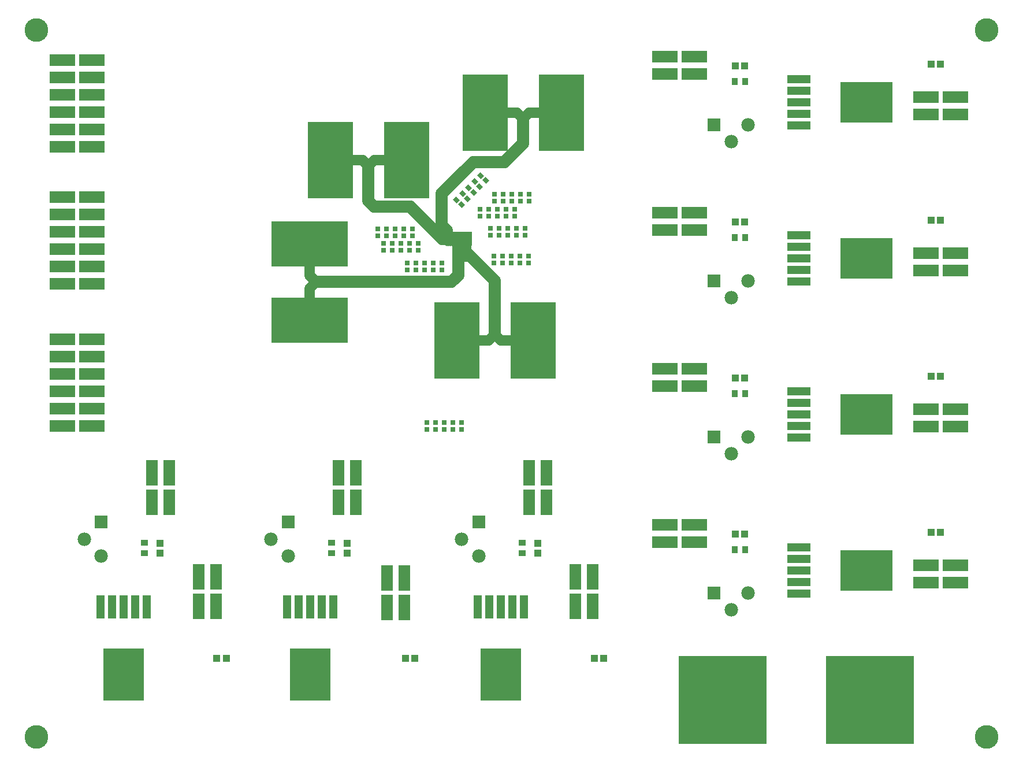
<source format=gts>
G04*
G04 #@! TF.GenerationSoftware,Altium Limited,Altium Designer,21.2.2 (38)*
G04*
G04 Layer_Color=8388736*
%FSLAX25Y25*%
%MOIN*%
G70*
G04*
G04 #@! TF.SameCoordinates,52539C7D-95C9-4EB3-8E82-0DEE1B6B5610*
G04*
G04*
G04 #@! TF.FilePolarity,Negative*
G04*
G01*
G75*
%ADD31C,0.06000*%
%ADD32R,0.15500X0.08300*%
%ADD33R,0.09410X0.11333*%
%ADD34R,0.26000X0.44000*%
%ADD35R,0.44000X0.26000*%
%ADD36R,0.06706X0.14800*%
%ADD37R,0.14800X0.06706*%
%ADD38R,0.10400X0.04900*%
%ADD39R,0.01400X0.00900*%
%ADD40R,0.00900X0.01400*%
%ADD41R,0.01400X0.01400*%
%ADD42R,0.03000X0.01400*%
%ADD43R,0.01400X0.00900*%
%ADD44R,0.01600X0.01400*%
%ADD45R,0.01200X0.01400*%
%ADD46R,0.02769X0.03162*%
G04:AMPARAMS|DCode=47|XSize=27.69mil|YSize=31.62mil|CornerRadius=0mil|HoleSize=0mil|Usage=FLASHONLY|Rotation=45.000|XOffset=0mil|YOffset=0mil|HoleType=Round|Shape=Rectangle|*
%AMROTATEDRECTD47*
4,1,4,0.00139,-0.02097,-0.02097,0.00139,-0.00139,0.02097,0.02097,-0.00139,0.00139,-0.02097,0.0*
%
%ADD47ROTATEDRECTD47*%

%ADD48C,0.03937*%
%ADD49C,0.02800*%
%ADD50R,0.50800X0.50800*%
%ADD51R,0.23438X0.29934*%
%ADD52R,0.04540X0.13398*%
%ADD53R,0.29934X0.23438*%
%ADD54R,0.13398X0.04540*%
%ADD55R,0.03950X0.04343*%
%ADD56R,0.03556X0.04343*%
%ADD57R,0.04343X0.03950*%
%ADD58R,0.04343X0.03556*%
%ADD59C,0.13635*%
%ADD60C,0.09800*%
%ADD61C,0.07800*%
%ADD62R,0.07800X0.07800*%
%ADD63R,0.07800X0.07800*%
D31*
X285359Y248000D02*
X303801D01*
X281301Y251058D02*
Y256394D01*
X282301Y255980D02*
Y282731D01*
X282301Y251058D02*
Y255980D01*
Y251058D02*
X285359Y248000D01*
X278244D02*
X281301Y251058D01*
X259801Y248000D02*
X278244D01*
X281301Y256394D02*
Y282317D01*
X297600Y361928D02*
Y376200D01*
X298600Y361514D02*
Y376200D01*
X294600Y379200D02*
X297600Y376200D01*
X301600Y379200D02*
X320100D01*
X276100D02*
X294600D01*
X298600Y376200D02*
X301600Y379200D01*
X208350Y328116D02*
Y349105D01*
X209350Y328530D02*
Y349105D01*
X205455Y352000D02*
X208350Y349105D01*
X209350D02*
X212245Y352000D01*
X230850D01*
X186850D02*
X205455D01*
X175000Y285300D02*
Y303700D01*
X178100Y281200D02*
X181459D01*
X181459Y281200D02*
X185818D01*
X178100Y282200D02*
X181873D01*
X181873Y282200D02*
X185818D01*
X175000Y285300D02*
X178100Y282200D01*
X175000Y278100D02*
X178100Y281200D01*
X175000Y259700D02*
Y278100D01*
X185818Y282200D02*
X256473Y282200D01*
X185818Y281200D02*
X256888Y281200D01*
X260101Y285828D02*
Y303104D01*
X261101Y285413D02*
Y303104D01*
X256473Y282200D02*
X260101Y285828D01*
X256888Y281200D02*
X261101Y285413D01*
X266294Y297324D02*
X278894Y284724D01*
X281301Y282317D01*
X265294Y298324D02*
X266294Y297324D01*
X266294D01*
X262901Y300717D02*
X265294Y298324D01*
X262901Y300717D02*
Y303104D01*
X265294Y298324D02*
Y298324D01*
X280308Y284724D02*
Y284724D01*
X263901Y301132D02*
X266001Y299031D01*
X263901Y301132D02*
Y303104D01*
X266001Y299031D02*
X280308Y284724D01*
Y284724D02*
X282301Y282731D01*
X266001Y299031D02*
X266001D01*
X212349Y325531D02*
X233115D01*
X209500Y328380D02*
X212349Y325531D01*
X251643Y307004D02*
X253901D01*
X233115Y325531D02*
X251643Y307004D01*
X208500Y327965D02*
X211934Y324531D01*
X232701D01*
X251229Y306004D02*
X253901D01*
X232701Y324531D02*
X251229Y306004D01*
X269567Y350300D02*
X287429D01*
X298549Y361420D02*
X298578Y361491D01*
X287429Y350300D02*
X298549Y361420D01*
X251668Y332401D02*
X269567Y350300D01*
X251668Y314710D02*
X254601Y311777D01*
X251668Y314710D02*
Y332401D01*
X254601Y310004D02*
Y311777D01*
X250668Y314296D02*
X253601Y311363D01*
X250668Y314296D02*
Y332816D01*
X253601Y310004D02*
Y311363D01*
X269152Y351300D02*
X287015D01*
X297549Y361834D02*
X297578Y361906D01*
X287015Y351300D02*
X297549Y361834D01*
X250668Y332816D02*
X269152Y351300D01*
D32*
X260851Y306554D02*
D03*
D33*
X263606Y298851D02*
D03*
D34*
X320100Y379200D02*
D03*
X276100D02*
D03*
X303801Y248000D02*
D03*
X259801D02*
D03*
X186850Y352000D02*
D03*
X230850D02*
D03*
D35*
X175000Y303700D02*
D03*
Y259700D02*
D03*
D36*
X201500Y154731D02*
D03*
X191500D02*
D03*
Y171731D02*
D03*
X201500D02*
D03*
X93800Y154731D02*
D03*
X83800D02*
D03*
Y171731D02*
D03*
X93800D02*
D03*
X328328Y94731D02*
D03*
X338328D02*
D03*
Y111731D02*
D03*
X328328D02*
D03*
X219548Y93900D02*
D03*
X229548D02*
D03*
Y110900D02*
D03*
X219548D02*
D03*
X110767Y94731D02*
D03*
X120767D02*
D03*
Y111731D02*
D03*
X110767D02*
D03*
X311528Y171731D02*
D03*
X301528D02*
D03*
Y154731D02*
D03*
X311528D02*
D03*
D37*
X49200Y280555D02*
D03*
X32200D02*
D03*
X49200Y290555D02*
D03*
X32200D02*
D03*
X49200Y300555D02*
D03*
X32200D02*
D03*
X49200Y310555D02*
D03*
X32200D02*
D03*
X49200Y320555D02*
D03*
X32200D02*
D03*
X49200Y330555D02*
D03*
X32200D02*
D03*
X49200Y198647D02*
D03*
X32200D02*
D03*
X49200Y208647D02*
D03*
X32200D02*
D03*
X49200Y218647D02*
D03*
X32200D02*
D03*
X49200Y228647D02*
D03*
X32200D02*
D03*
X49200Y238647D02*
D03*
X32200D02*
D03*
X49200Y248647D02*
D03*
X32200D02*
D03*
X49200Y359555D02*
D03*
X32200D02*
D03*
X49200Y369555D02*
D03*
X32200D02*
D03*
X49200Y379555D02*
D03*
X32200D02*
D03*
X49200Y389555D02*
D03*
X32200D02*
D03*
X49200Y399555D02*
D03*
X32200D02*
D03*
X49200Y409555D02*
D03*
X32200D02*
D03*
X547400Y108400D02*
D03*
Y118400D02*
D03*
X530400D02*
D03*
Y108400D02*
D03*
X547400Y288400D02*
D03*
Y298400D02*
D03*
X530400D02*
D03*
Y288400D02*
D03*
X547400Y378400D02*
D03*
Y388400D02*
D03*
X530400D02*
D03*
Y378400D02*
D03*
X379734Y141500D02*
D03*
Y131500D02*
D03*
X396734D02*
D03*
Y141500D02*
D03*
X379734Y231500D02*
D03*
Y221500D02*
D03*
X396734D02*
D03*
Y231500D02*
D03*
X379734Y321500D02*
D03*
Y311500D02*
D03*
X396734D02*
D03*
Y321500D02*
D03*
X379734Y411500D02*
D03*
Y401500D02*
D03*
X396734D02*
D03*
Y411500D02*
D03*
X547400Y198400D02*
D03*
Y208400D02*
D03*
X530400D02*
D03*
Y198400D02*
D03*
D38*
X260101Y306404D02*
D03*
D39*
X253901Y308304D02*
D03*
Y307004D02*
D03*
Y306004D02*
D03*
Y304604D02*
D03*
X267301Y305504D02*
D03*
Y306504D02*
D03*
Y307504D02*
D03*
Y308504D02*
D03*
Y309604D02*
D03*
D40*
X254101Y303104D02*
D03*
X255101D02*
D03*
X256101D02*
D03*
X257101D02*
D03*
X260101D02*
D03*
X261101D02*
D03*
X262901D02*
D03*
X263901D02*
D03*
X266051Y309804D02*
D03*
X263101Y309704D02*
D03*
X260701D02*
D03*
X259701D02*
D03*
X258701D02*
D03*
X257701D02*
D03*
X254901Y310004D02*
D03*
X253901D02*
D03*
D41*
X258351Y303104D02*
D03*
D42*
X266801D02*
D03*
D43*
X266201Y304504D02*
D03*
D44*
X264601Y309704D02*
D03*
D45*
X261901D02*
D03*
X256501D02*
D03*
D46*
X262705Y196650D02*
D03*
Y200650D02*
D03*
X231301Y288631D02*
D03*
Y292631D02*
D03*
X301101Y296631D02*
D03*
Y292631D02*
D03*
X299101Y308531D02*
D03*
Y312531D02*
D03*
X214333Y308385D02*
D03*
Y312386D02*
D03*
X252705Y196650D02*
D03*
Y200650D02*
D03*
X236301Y288631D02*
D03*
Y292631D02*
D03*
X296101Y296631D02*
D03*
Y292631D02*
D03*
X294101Y308531D02*
D03*
Y312531D02*
D03*
X219333Y308385D02*
D03*
Y312386D02*
D03*
X257705Y196650D02*
D03*
Y200650D02*
D03*
X241301Y288631D02*
D03*
Y292631D02*
D03*
X291101Y296631D02*
D03*
Y292631D02*
D03*
X289101Y308531D02*
D03*
Y312531D02*
D03*
X224333Y308385D02*
D03*
Y312386D02*
D03*
X247705Y196650D02*
D03*
Y200650D02*
D03*
X246301Y288631D02*
D03*
Y292631D02*
D03*
X286101Y296631D02*
D03*
Y292631D02*
D03*
X284101Y308531D02*
D03*
Y312531D02*
D03*
X229333Y308385D02*
D03*
Y312386D02*
D03*
X242705Y196650D02*
D03*
Y200650D02*
D03*
X251301Y288631D02*
D03*
Y292631D02*
D03*
X281101Y296631D02*
D03*
Y292631D02*
D03*
X279101Y308531D02*
D03*
Y312531D02*
D03*
X234333Y308385D02*
D03*
Y312386D02*
D03*
X237635Y300029D02*
D03*
Y304029D02*
D03*
X232635D02*
D03*
Y300029D02*
D03*
X227635D02*
D03*
Y304029D02*
D03*
X222635D02*
D03*
Y300029D02*
D03*
X217635D02*
D03*
Y304029D02*
D03*
X273117Y323767D02*
D03*
Y319767D02*
D03*
X278117D02*
D03*
Y323767D02*
D03*
X283117D02*
D03*
Y319767D02*
D03*
X288117D02*
D03*
Y323767D02*
D03*
X293117D02*
D03*
Y319767D02*
D03*
X281420Y328427D02*
D03*
Y332427D02*
D03*
X286420D02*
D03*
Y328427D02*
D03*
X291420D02*
D03*
Y332427D02*
D03*
X296420D02*
D03*
Y328427D02*
D03*
X301420D02*
D03*
Y332427D02*
D03*
D47*
X276529Y340231D02*
D03*
X273701Y343059D02*
D03*
X273029Y336731D02*
D03*
X270201Y339559D02*
D03*
X269529Y333231D02*
D03*
X266701Y336059D02*
D03*
X266029Y329731D02*
D03*
X263201Y332559D02*
D03*
X262529Y326231D02*
D03*
X259701Y329059D02*
D03*
D48*
X319600Y374200D02*
D03*
X276600Y384200D02*
D03*
X303301Y243000D02*
D03*
X260301Y253000D02*
D03*
X187350Y357000D02*
D03*
X230350Y347000D02*
D03*
X180000Y303200D02*
D03*
X170000Y260200D02*
D03*
D49*
X320100Y379200D02*
D03*
X276100D02*
D03*
X303801Y248000D02*
D03*
X259801D02*
D03*
X186850Y352000D02*
D03*
X230850D02*
D03*
X175000Y303700D02*
D03*
Y259700D02*
D03*
D50*
X413300Y40700D02*
D03*
X498300D02*
D03*
D51*
X285228Y55376D02*
D03*
X175200Y55376D02*
D03*
X67500D02*
D03*
D52*
X271843Y94353D02*
D03*
X278535D02*
D03*
X285228D02*
D03*
X291921D02*
D03*
X298614D02*
D03*
X161814Y94353D02*
D03*
X168507D02*
D03*
X175200D02*
D03*
X181893D02*
D03*
X188586D02*
D03*
X54114D02*
D03*
X60807D02*
D03*
X67500D02*
D03*
X74193D02*
D03*
X80886D02*
D03*
D53*
X496089Y115200D02*
D03*
Y205200D02*
D03*
X496089Y295200D02*
D03*
Y385200D02*
D03*
D54*
X457112Y101814D02*
D03*
Y108507D02*
D03*
Y115200D02*
D03*
Y121893D02*
D03*
Y128586D02*
D03*
Y191814D02*
D03*
Y198507D02*
D03*
Y205200D02*
D03*
Y211893D02*
D03*
Y218586D02*
D03*
X457112Y281814D02*
D03*
Y288507D02*
D03*
Y295200D02*
D03*
Y301893D02*
D03*
Y308586D02*
D03*
Y371814D02*
D03*
Y378507D02*
D03*
Y385200D02*
D03*
Y391893D02*
D03*
Y398586D02*
D03*
D55*
X533479Y407200D02*
D03*
X538990D02*
D03*
Y227200D02*
D03*
X533479D02*
D03*
X538990Y317200D02*
D03*
X533479D02*
D03*
X420535Y226400D02*
D03*
X426046D02*
D03*
X426046Y316400D02*
D03*
X420535D02*
D03*
Y406400D02*
D03*
X426046D02*
D03*
X533479Y137200D02*
D03*
X538990D02*
D03*
X420535Y136400D02*
D03*
X426046D02*
D03*
X339072Y64700D02*
D03*
X344584D02*
D03*
X235720D02*
D03*
X230208D02*
D03*
X126856D02*
D03*
X121344D02*
D03*
D56*
X420338Y217400D02*
D03*
X426243D02*
D03*
X426243Y307400D02*
D03*
X420338D02*
D03*
Y397400D02*
D03*
X426243D02*
D03*
X420338Y127400D02*
D03*
X426243D02*
D03*
D57*
X196400Y130931D02*
D03*
Y125419D02*
D03*
X88700Y130931D02*
D03*
Y125419D02*
D03*
X306428Y130931D02*
D03*
Y125419D02*
D03*
D58*
X187400Y131128D02*
D03*
Y125222D02*
D03*
X297428Y125222D02*
D03*
Y131128D02*
D03*
X79700Y131128D02*
D03*
Y125222D02*
D03*
D59*
X565600Y19300D02*
D03*
Y426900D02*
D03*
X17100Y19300D02*
D03*
Y426900D02*
D03*
D60*
X320100Y393200D02*
D03*
Y365200D02*
D03*
X276100Y393200D02*
D03*
Y365200D02*
D03*
X303801Y262000D02*
D03*
Y234000D02*
D03*
X259801Y262000D02*
D03*
Y234000D02*
D03*
X186850Y338000D02*
D03*
Y366000D02*
D03*
X230850Y338000D02*
D03*
Y366000D02*
D03*
X161000Y303700D02*
D03*
X189000D02*
D03*
X161000Y259700D02*
D03*
X189000D02*
D03*
D61*
X272428Y123575D02*
D03*
X262628Y133375D02*
D03*
X162400Y123575D02*
D03*
X152600Y133375D02*
D03*
X427890Y102400D02*
D03*
X418090Y92600D02*
D03*
X427890Y192400D02*
D03*
X418090Y182600D02*
D03*
X427890Y282400D02*
D03*
X418090Y272600D02*
D03*
X427890Y372400D02*
D03*
X418090Y362600D02*
D03*
X54700Y123575D02*
D03*
X44900Y133375D02*
D03*
D62*
X272428Y143175D02*
D03*
X162400Y143175D02*
D03*
X54700D02*
D03*
D63*
X408290Y102400D02*
D03*
Y192400D02*
D03*
X408290Y282400D02*
D03*
Y372400D02*
D03*
M02*

</source>
